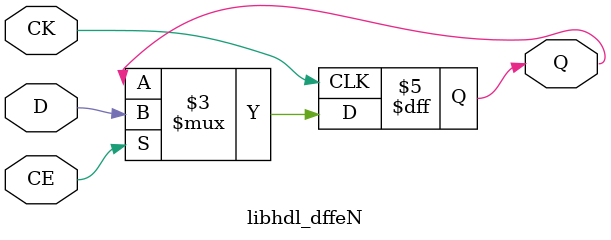
<source format=v>
`include "libhdl_timescale.vh"

module libhdl_dffeN
#(  parameter N = 1)
(   input  wire         CK,
    input  wire         CE,
    input  wire [N-1:0] D,
    output reg  [N-1:0] Q);

always @ (posedge CK)
    if (CE == 1'b1)
        Q <= D;

endmodule

</source>
